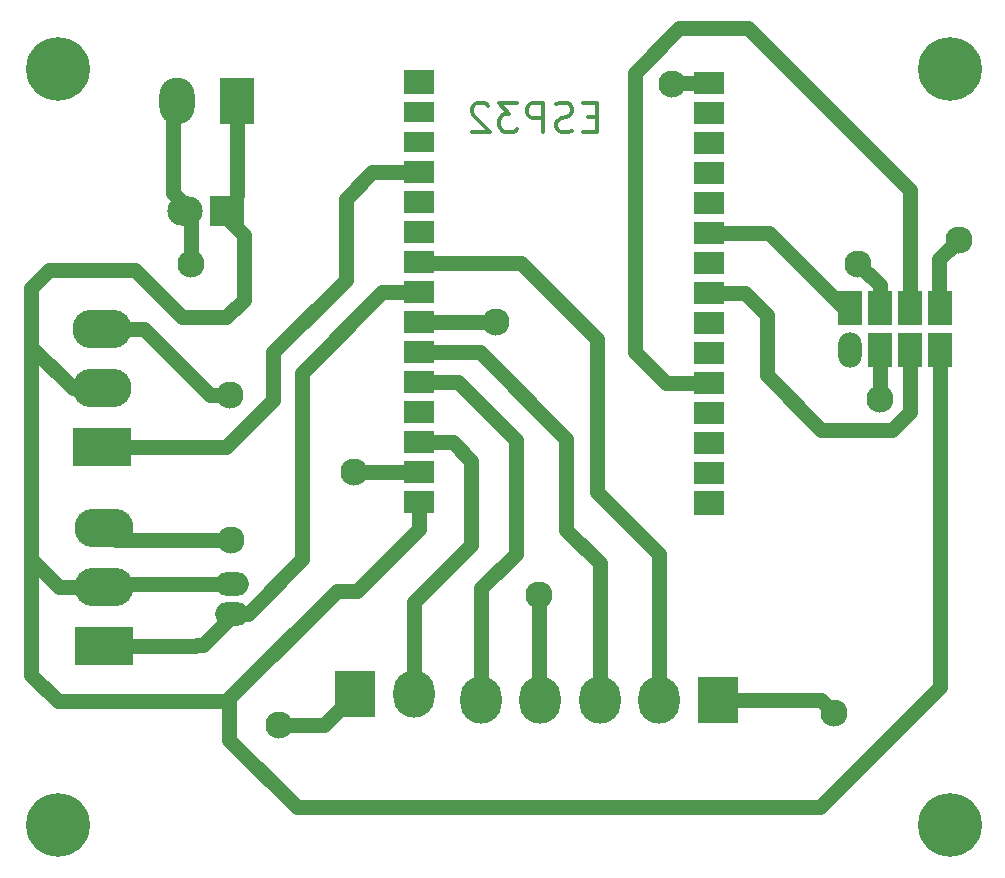
<source format=gbr>
%TF.GenerationSoftware,KiCad,Pcbnew,6.0.11+dfsg-1*%
%TF.CreationDate,2023-04-26T14:23:15-05:00*%
%TF.ProjectId,water_tank_module,77617465-725f-4746-916e-6b5f6d6f6475,rev?*%
%TF.SameCoordinates,Original*%
%TF.FileFunction,Copper,L2,Bot*%
%TF.FilePolarity,Positive*%
%FSLAX46Y46*%
G04 Gerber Fmt 4.6, Leading zero omitted, Abs format (unit mm)*
G04 Created by KiCad (PCBNEW 6.0.11+dfsg-1) date 2023-04-26 14:23:15*
%MOMM*%
%LPD*%
G01*
G04 APERTURE LIST*
%ADD10C,0.300000*%
%TA.AperFunction,NonConductor*%
%ADD11C,0.300000*%
%TD*%
%TA.AperFunction,ComponentPad*%
%ADD12R,5.000000X3.300000*%
%TD*%
%TA.AperFunction,ComponentPad*%
%ADD13O,5.000000X3.300000*%
%TD*%
%TA.AperFunction,ComponentPad*%
%ADD14R,3.500000X4.000000*%
%TD*%
%TA.AperFunction,ComponentPad*%
%ADD15O,3.500000X4.000000*%
%TD*%
%TA.AperFunction,ComponentPad*%
%ADD16C,5.400000*%
%TD*%
%TA.AperFunction,ComponentPad*%
%ADD17R,2.000000X3.000000*%
%TD*%
%TA.AperFunction,ComponentPad*%
%ADD18O,2.000000X3.000000*%
%TD*%
%TA.AperFunction,ComponentPad*%
%ADD19R,3.000000X2.500000*%
%TD*%
%TA.AperFunction,ComponentPad*%
%ADD20O,3.000000X2.500000*%
%TD*%
%TA.AperFunction,ComponentPad*%
%ADD21R,2.540000X2.100000*%
%TD*%
%TA.AperFunction,ComponentPad*%
%ADD22R,2.540000X1.740000*%
%TD*%
%TA.AperFunction,ComponentPad*%
%ADD23R,2.540000X1.950000*%
%TD*%
%TA.AperFunction,ComponentPad*%
%ADD24R,3.000000X3.960000*%
%TD*%
%TA.AperFunction,ComponentPad*%
%ADD25O,3.000000X3.960000*%
%TD*%
%TA.AperFunction,ComponentPad*%
%ADD26O,2.850000X2.025000*%
%TD*%
%TA.AperFunction,ComponentPad*%
%ADD27R,2.540000X2.000000*%
%TD*%
%TA.AperFunction,ViaPad*%
%ADD28C,2.300000*%
%TD*%
%TA.AperFunction,Conductor*%
%ADD29C,1.250000*%
%TD*%
G04 APERTURE END LIST*
D10*
D11*
X165410400Y-75025000D02*
X164593733Y-75025000D01*
X164243733Y-76308333D02*
X165410400Y-76308333D01*
X165410400Y-73858333D01*
X164243733Y-73858333D01*
X163310400Y-76191666D02*
X162960400Y-76308333D01*
X162377066Y-76308333D01*
X162143733Y-76191666D01*
X162027066Y-76075000D01*
X161910400Y-75841666D01*
X161910400Y-75608333D01*
X162027066Y-75375000D01*
X162143733Y-75258333D01*
X162377066Y-75141666D01*
X162843733Y-75025000D01*
X163077066Y-74908333D01*
X163193733Y-74791666D01*
X163310400Y-74558333D01*
X163310400Y-74325000D01*
X163193733Y-74091666D01*
X163077066Y-73975000D01*
X162843733Y-73858333D01*
X162260400Y-73858333D01*
X161910400Y-73975000D01*
X160860400Y-76308333D02*
X160860400Y-73858333D01*
X159927066Y-73858333D01*
X159693733Y-73975000D01*
X159577066Y-74091666D01*
X159460400Y-74325000D01*
X159460400Y-74675000D01*
X159577066Y-74908333D01*
X159693733Y-75025000D01*
X159927066Y-75141666D01*
X160860400Y-75141666D01*
X158643733Y-73858333D02*
X157127066Y-73858333D01*
X157943733Y-74791666D01*
X157593733Y-74791666D01*
X157360400Y-74908333D01*
X157243733Y-75025000D01*
X157127066Y-75258333D01*
X157127066Y-75841666D01*
X157243733Y-76075000D01*
X157360400Y-76191666D01*
X157593733Y-76308333D01*
X158293733Y-76308333D01*
X158527066Y-76191666D01*
X158643733Y-76075000D01*
X156193733Y-74091666D02*
X156077066Y-73975000D01*
X155843733Y-73858333D01*
X155260400Y-73858333D01*
X155027066Y-73975000D01*
X154910400Y-74091666D01*
X154793733Y-74325000D01*
X154793733Y-74558333D01*
X154910400Y-74908333D01*
X156310400Y-76308333D01*
X154793733Y-76308333D01*
D12*
%TO.P,J4,1,Pin_1*%
%TO.N,D34*%
X123500000Y-103000000D03*
D13*
%TO.P,J4,2,Pin_2*%
%TO.N,5v*%
X123500000Y-98000000D03*
%TO.P,J4,3,Pin_3*%
%TO.N,GND5V*%
X123500000Y-93000000D03*
%TD*%
D12*
%TO.P,J2,1,Pin_1*%
%TO.N,D25*%
X123642500Y-119857500D03*
D13*
%TO.P,J2,2,Pin_2*%
%TO.N,5v*%
X123642500Y-114857500D03*
%TO.P,J2,3,Pin_3*%
%TO.N,GND5V*%
X123642500Y-109857500D03*
%TD*%
D14*
%TO.P,J3,1,Pin_1*%
%TO.N,GND5V*%
X175607500Y-124357500D03*
D15*
%TO.P,J3,2,Pin_2*%
%TO.N,D33*%
X170607500Y-124357500D03*
%TO.P,J3,3,Pin_3*%
%TO.N,D27*%
X165607500Y-124357500D03*
%TO.P,J3,4,Pin_4*%
%TO.N,D26*%
X160607500Y-124357500D03*
%TO.P,J3,5,Pin_5*%
%TO.N,D14*%
X155607500Y-124357500D03*
%TD*%
D16*
%TO.P,H2,1*%
%TO.N,N/C*%
X119750000Y-135000000D03*
%TD*%
D17*
%TO.P,U4,1,GND*%
%TO.N,GND5V*%
X194423000Y-91244000D03*
%TO.P,U4,2,VCC*%
%TO.N,5v*%
X194423000Y-94784000D03*
%TO.P,U4,3,CE*%
%TO.N,D4*%
X191883000Y-91244000D03*
%TO.P,U4,4,~{CSN}*%
%TO.N,D5*%
X191883000Y-94784000D03*
%TO.P,U4,5,SCK*%
%TO.N,D18*%
X189343000Y-91244000D03*
%TO.P,U4,6,MOSI*%
%TO.N,D23*%
X189343000Y-94784000D03*
%TO.P,U4,7,MISO*%
%TO.N,D19*%
X186803000Y-91244000D03*
D18*
%TO.P,U4,8,IRQ*%
%TO.N,unconnected-(U4-Pad8)*%
X186803000Y-94784000D03*
%TD*%
D19*
%TO.P,C1,1*%
%TO.N,5v*%
X134099113Y-82999113D03*
D20*
%TO.P,C1,2*%
%TO.N,GND5V*%
X130549113Y-82999113D03*
%TD*%
D16*
%TO.P,H3,1*%
%TO.N,N/C*%
X195250000Y-71000000D03*
%TD*%
D21*
%TO.P,J_esp0,1,Pin_1*%
%TO.N,EN*%
X150295000Y-72105000D03*
D22*
%TO.P,J_esp0,2,Pin_2*%
%TO.N,VP*%
X150295000Y-74645000D03*
%TO.P,J_esp0,3,Pin_3*%
%TO.N,VN*%
X150295000Y-77185000D03*
D23*
%TO.P,J_esp0,4,Pin_4*%
%TO.N,D34*%
X150295000Y-79725000D03*
%TO.P,J_esp0,5,Pin_5*%
%TO.N,D35*%
X150295000Y-82265000D03*
%TO.P,J_esp0,6,Pin_6*%
%TO.N,D32*%
X150295000Y-84805000D03*
%TO.P,J_esp0,7,Pin_7*%
%TO.N,D33*%
X150295000Y-87345000D03*
%TO.P,J_esp0,8,Pin_8*%
%TO.N,D25*%
X150295000Y-89885000D03*
%TO.P,J_esp0,9,Pin_9*%
%TO.N,D26*%
X150295000Y-92425000D03*
%TO.P,J_esp0,10,Pin_10*%
%TO.N,D27*%
X150295000Y-94965000D03*
%TO.P,J_esp0,11,Pin_11*%
%TO.N,D14*%
X150295000Y-97505000D03*
%TO.P,J_esp0,12,Pin_12*%
%TO.N,D12*%
X150295000Y-100045000D03*
%TO.P,J_esp0,13,Pin_13*%
%TO.N,D13*%
X150295000Y-102585000D03*
%TO.P,J_esp0,14,Pin_14*%
%TO.N,GND5V*%
X150295000Y-105125000D03*
%TO.P,J_esp0,15,Pin_15*%
%TO.N,5v*%
X150295000Y-107665000D03*
%TD*%
D24*
%TO.P,5V1,1,Pin_1*%
%TO.N,5v*%
X134871800Y-73688063D03*
D25*
%TO.P,5V1,2,Pin_2*%
%TO.N,GND5V*%
X129871800Y-73688063D03*
%TD*%
D16*
%TO.P,H4,1*%
%TO.N,N/C*%
X119750000Y-71000000D03*
%TD*%
%TO.P,H1,1*%
%TO.N,N/C*%
X195250000Y-135000000D03*
%TD*%
D14*
%TO.P,J1,1,Pin_1*%
%TO.N,GND5V*%
X144892500Y-123892500D03*
D15*
%TO.P,J1,2,Pin_2*%
%TO.N,D13*%
X149892500Y-123892500D03*
%TD*%
D26*
%TO.P,R11,1*%
%TO.N,5v*%
X134500000Y-114549750D03*
%TO.P,R11,2*%
%TO.N,D25*%
X134500000Y-117089750D03*
%TD*%
D27*
%TO.P,J_esp1,1,Pin_1*%
%TO.N,3V3*%
X174835500Y-107744000D03*
D23*
%TO.P,J_esp1,2,Pin_2*%
%TO.N,GND2*%
X174835500Y-105204000D03*
%TO.P,J_esp1,3,Pin_3*%
%TO.N,D15*%
X174835500Y-102664000D03*
%TO.P,J_esp1,4,Pin_4*%
%TO.N,D2*%
X174835500Y-100124000D03*
%TO.P,J_esp1,5,Pin_5*%
%TO.N,D4*%
X174835500Y-97584000D03*
%TO.P,J_esp1,6,Pin_6*%
%TO.N,RX2*%
X174835500Y-95044000D03*
%TO.P,J_esp1,7,Pin_7*%
%TO.N,TX2*%
X174835500Y-92504000D03*
%TO.P,J_esp1,8,Pin_8*%
%TO.N,D5*%
X174835500Y-89964000D03*
%TO.P,J_esp1,9,Pin_9*%
%TO.N,D18*%
X174835500Y-87424000D03*
%TO.P,J_esp1,10,Pin_10*%
%TO.N,D19*%
X174835500Y-84884000D03*
%TO.P,J_esp1,11,Pin_11*%
%TO.N,D21*%
X174835500Y-82344000D03*
%TO.P,J_esp1,12,Pin_12*%
%TO.N,RX0*%
X174835500Y-79804000D03*
%TO.P,J_esp1,13,Pin_13*%
%TO.N,TX0*%
X174835500Y-77264000D03*
%TO.P,J_esp1,14,Pin_14*%
%TO.N,D22*%
X174835500Y-74724000D03*
%TO.P,J_esp1,15,Pin_15*%
%TO.N,D23*%
X174835500Y-72184000D03*
%TD*%
D28*
%TO.N,D26*%
X156875000Y-92425000D03*
X160500000Y-115500000D03*
%TO.N,D18*%
X187528000Y-87472000D03*
%TO.N,D23*%
X189343000Y-98943000D03*
X171780000Y-72232000D03*
%TO.N,GND5V*%
X134356500Y-98606500D03*
X130999113Y-87500887D03*
X196037000Y-85440000D03*
X144856000Y-105125000D03*
X134391000Y-110891000D03*
X185500000Y-125500000D03*
X138500000Y-126500000D03*
%TD*%
D29*
%TO.N,D34*%
X134000000Y-103000000D02*
X123500000Y-103000000D01*
X144100000Y-88800000D02*
X138000000Y-94900000D01*
X150295000Y-79725000D02*
X146375000Y-79725000D01*
X138000000Y-94900000D02*
X138000000Y-99000000D01*
X138000000Y-99000000D02*
X134000000Y-103000000D01*
X146375000Y-79725000D02*
X144100000Y-82000000D01*
X144100000Y-82000000D02*
X144100000Y-88800000D01*
%TO.N,D33*%
X154304800Y-87421200D02*
X150371200Y-87421200D01*
X165400000Y-106800000D02*
X165400000Y-93800000D01*
X165400000Y-93800000D02*
X159000000Y-87400000D01*
X159000000Y-87400000D02*
X154300000Y-87400000D01*
X170607500Y-112007500D02*
X165400000Y-106800000D01*
X150371200Y-87421200D02*
X150295000Y-87345000D01*
X170607500Y-112007500D02*
X170607500Y-124357500D01*
%TO.N,D25*%
X131500000Y-119750000D02*
X131392500Y-119857500D01*
X131392500Y-119857500D02*
X123642500Y-119857500D01*
X140411000Y-112491000D02*
X140411000Y-96689000D01*
X147215000Y-89885000D02*
X150295000Y-89885000D01*
X135812250Y-117089750D02*
X140411000Y-112491000D01*
X134500000Y-117250000D02*
X132000000Y-119750000D01*
X132000000Y-119750000D02*
X131500000Y-119750000D01*
X140411000Y-96689000D02*
X147215000Y-89885000D01*
X134500000Y-117089750D02*
X134500000Y-117250000D01*
%TO.N,D26*%
X160500000Y-115500000D02*
X160500000Y-124250000D01*
X156875000Y-92425000D02*
X150295000Y-92425000D01*
X160500000Y-124250000D02*
X160607500Y-124357500D01*
%TO.N,D27*%
X162800000Y-102300000D02*
X155465000Y-94965000D01*
X165607500Y-112807500D02*
X162800000Y-110000000D01*
X162800000Y-110000000D02*
X162800000Y-102300000D01*
X165607500Y-112807500D02*
X165607500Y-124357500D01*
X155465000Y-94965000D02*
X150295000Y-94965000D01*
%TO.N,D14*%
X158500000Y-102400000D02*
X158500000Y-112000000D01*
X150295000Y-97505000D02*
X153605000Y-97505000D01*
X155607500Y-114892500D02*
X155607500Y-124357500D01*
X158500000Y-112000000D02*
X155607500Y-114892500D01*
X153605000Y-97505000D02*
X158500000Y-102400000D01*
%TO.N,D13*%
X154750000Y-111250000D02*
X154750000Y-104150000D01*
X154750000Y-104150000D02*
X153185000Y-102585000D01*
X149892500Y-116107500D02*
X154750000Y-111250000D01*
X149892500Y-123892500D02*
X149892500Y-116107500D01*
X153185000Y-102585000D02*
X150295000Y-102585000D01*
%TO.N,D4*%
X191883000Y-81209800D02*
X191883000Y-91744000D01*
X168600000Y-94960000D02*
X168600000Y-71300000D01*
X174835500Y-97584000D02*
X171224000Y-97584000D01*
X178206200Y-67533000D02*
X191883000Y-81209800D01*
X171224000Y-97584000D02*
X168600000Y-94960000D01*
X168600000Y-71300000D02*
X172367000Y-67533000D01*
X172367000Y-67533000D02*
X178206200Y-67533000D01*
%TO.N,D5*%
X191883000Y-100017000D02*
X190400000Y-101500000D01*
X184400000Y-101500000D02*
X179781000Y-96881000D01*
X179781000Y-91790000D02*
X177955000Y-89964000D01*
X191883000Y-94284000D02*
X191883000Y-100017000D01*
X177955000Y-89964000D02*
X174835500Y-89964000D01*
X179781000Y-96881000D02*
X179781000Y-91790000D01*
X190400000Y-101500000D02*
X184400000Y-101500000D01*
%TO.N,D18*%
X189343000Y-91744000D02*
X189343000Y-89287000D01*
X189343000Y-89287000D02*
X187528000Y-87472000D01*
%TO.N,D19*%
X179987000Y-84884000D02*
X174835500Y-84884000D01*
X186803000Y-91700000D02*
X179987000Y-84884000D01*
X174837500Y-84886000D02*
X174835500Y-84884000D01*
X186803000Y-91744000D02*
X186803000Y-91700000D01*
%TO.N,D23*%
X189343000Y-94284000D02*
X189343000Y-98943000D01*
X171828000Y-72184000D02*
X171780000Y-72232000D01*
X174835500Y-72184000D02*
X171828000Y-72184000D01*
%TO.N,5v*%
X117500000Y-112500000D02*
X119857500Y-114857500D01*
X117500000Y-122250000D02*
X119750000Y-124500000D01*
X123500000Y-98000000D02*
X121000000Y-98000000D01*
X194423000Y-94284000D02*
X194423000Y-123327000D01*
X134000000Y-92000000D02*
X130250000Y-92000000D01*
X133499113Y-82999113D02*
X135500000Y-85000000D01*
X184250000Y-133500000D02*
X140000000Y-133500000D01*
X126250000Y-88000000D02*
X119000000Y-88000000D01*
X117500000Y-112500000D02*
X117500000Y-122250000D01*
X150295000Y-109955000D02*
X145092000Y-115158000D01*
X117500000Y-89500000D02*
X117500000Y-94500000D01*
X143342000Y-115158000D02*
X145092000Y-115158000D01*
X134881000Y-81682113D02*
X134881000Y-73697263D01*
X119750000Y-124500000D02*
X133500000Y-124500000D01*
X140000000Y-133500000D02*
X134250000Y-127750000D01*
X119000000Y-88000000D02*
X117500000Y-89500000D01*
X194423000Y-123327000D02*
X184250000Y-133500000D01*
X134250000Y-127750000D02*
X134250000Y-124250000D01*
X134250000Y-124250000D02*
X143342000Y-115158000D01*
X134500000Y-114549750D02*
X123950250Y-114549750D01*
X150295000Y-107665000D02*
X150295000Y-109955000D01*
X119857500Y-114857500D02*
X123642500Y-114857500D01*
X135500000Y-90500000D02*
X134000000Y-92000000D01*
X135500000Y-85000000D02*
X135500000Y-90500000D01*
X150500000Y-107870000D02*
X150295000Y-107665000D01*
X123950250Y-114549750D02*
X123642500Y-114857500D01*
X121000000Y-98000000D02*
X117500000Y-94500000D01*
X130250000Y-92000000D02*
X126250000Y-88000000D01*
X117500000Y-94500000D02*
X117500000Y-112500000D01*
%TO.N,GND5V*%
X129500000Y-81500000D02*
X130999113Y-82999113D01*
X124676000Y-110891000D02*
X123642500Y-109857500D01*
X138500000Y-126500000D02*
X142285000Y-126500000D01*
X184357500Y-124357500D02*
X175607500Y-124357500D01*
X127000000Y-93000000D02*
X123500000Y-93000000D01*
X129500000Y-81500000D02*
X129500000Y-74059863D01*
X196037000Y-85440000D02*
X194386000Y-87091000D01*
X134391000Y-110891000D02*
X124676000Y-110891000D01*
X134356500Y-98606500D02*
X132606500Y-98606500D01*
X144856000Y-105125000D02*
X150295000Y-105125000D01*
X194386000Y-91707000D02*
X194423000Y-91744000D01*
X132606500Y-98606500D02*
X127000000Y-93000000D01*
X142285000Y-126500000D02*
X144892500Y-123892500D01*
X194386000Y-87091000D02*
X194386000Y-91707000D01*
X130999113Y-87500887D02*
X130999113Y-82999113D01*
X185500000Y-125500000D02*
X184357500Y-124357500D01*
%TD*%
M02*

</source>
